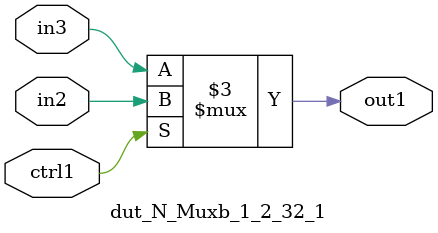
<source format=v>

`timescale 1ps / 1ps


module dut_N_Muxb_1_2_32_1( in3, in2, ctrl1, out1 );

    input in3;
    input in2;
    input ctrl1;
    output out1;
    reg out1;

    
    // rtl_process:dut_N_Muxb_1_2_32_1/dut_N_Muxb_1_2_32_1_thread_1
    always @*
      begin : dut_N_Muxb_1_2_32_1_thread_1
        case (ctrl1) 
          1'b1: 
            begin
              out1 = in2;
            end
          default: 
            begin
              out1 = in3;
            end
        endcase
      end

endmodule



</source>
